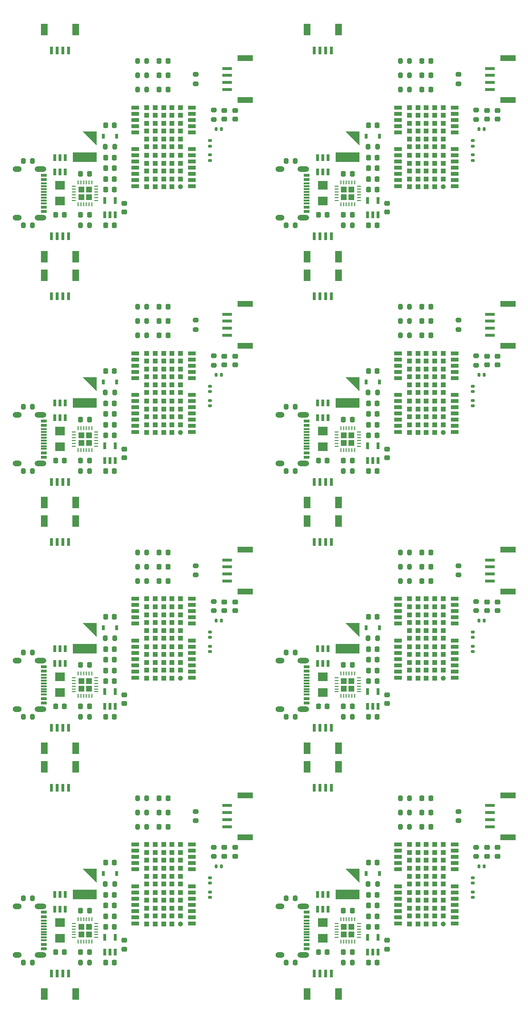
<source format=gtp>
%TF.GenerationSoftware,KiCad,Pcbnew,8.0.5*%
%TF.CreationDate,2024-10-02T11:06:20-06:00*%
%TF.ProjectId,SparkFun_GNSS_LG290P_panelized,53706172-6b46-4756-9e5f-474e53535f4c,rev?*%
%TF.SameCoordinates,Original*%
%TF.FileFunction,Paste,Top*%
%TF.FilePolarity,Positive*%
%FSLAX46Y46*%
G04 Gerber Fmt 4.6, Leading zero omitted, Abs format (unit mm)*
G04 Created by KiCad (PCBNEW 8.0.5) date 2024-10-02 11:06:20*
%MOMM*%
%LPD*%
G01*
G04 APERTURE LIST*
G04 Aperture macros list*
%AMRoundRect*
0 Rectangle with rounded corners*
0 $1 Rounding radius*
0 $2 $3 $4 $5 $6 $7 $8 $9 X,Y pos of 4 corners*
0 Add a 4 corners polygon primitive as box body*
4,1,4,$2,$3,$4,$5,$6,$7,$8,$9,$2,$3,0*
0 Add four circle primitives for the rounded corners*
1,1,$1+$1,$2,$3*
1,1,$1+$1,$4,$5*
1,1,$1+$1,$6,$7*
1,1,$1+$1,$8,$9*
0 Add four rect primitives between the rounded corners*
20,1,$1+$1,$2,$3,$4,$5,0*
20,1,$1+$1,$4,$5,$6,$7,0*
20,1,$1+$1,$6,$7,$8,$9,0*
20,1,$1+$1,$8,$9,$2,$3,0*%
G04 Aperture macros list end*
%ADD10C,0.000000*%
%ADD11RoundRect,0.200000X-0.200000X-0.275000X0.200000X-0.275000X0.200000X0.275000X-0.200000X0.275000X0*%
%ADD12RoundRect,0.140000X0.140000X0.170000X-0.140000X0.170000X-0.140000X-0.170000X0.140000X-0.170000X0*%
%ADD13RoundRect,0.225000X0.250000X-0.225000X0.250000X0.225000X-0.250000X0.225000X-0.250000X-0.225000X0*%
%ADD14RoundRect,0.225000X-0.225000X-0.250000X0.225000X-0.250000X0.225000X0.250000X-0.225000X0.250000X0*%
%ADD15RoundRect,0.200000X-0.275000X0.200000X-0.275000X-0.200000X0.275000X-0.200000X0.275000X0.200000X0*%
%ADD16R,0.550000X1.200000*%
%ADD17R,0.600000X1.350000*%
%ADD18R,1.200000X2.000000*%
%ADD19RoundRect,0.140000X0.170000X-0.140000X0.170000X0.140000X-0.170000X0.140000X-0.170000X-0.140000X0*%
%ADD20RoundRect,0.225000X0.225000X0.250000X-0.225000X0.250000X-0.225000X-0.250000X0.225000X-0.250000X0*%
%ADD21RoundRect,0.250000X-0.295000X-0.295000X0.295000X-0.295000X0.295000X0.295000X-0.295000X0.295000X0*%
%ADD22RoundRect,0.056250X-0.315000X-0.056250X0.315000X-0.056250X0.315000X0.056250X-0.315000X0.056250X0*%
%ADD23RoundRect,0.056250X-0.056250X-0.315000X0.056250X-0.315000X0.056250X0.315000X-0.056250X0.315000X0*%
%ADD24R,1.800000X1.600000*%
%ADD25R,1.350000X0.720000*%
%ADD26C,0.900000*%
%ADD27R,0.900000X0.900000*%
%ADD28RoundRect,0.200000X0.200000X0.275000X-0.200000X0.275000X-0.200000X-0.275000X0.200000X-0.275000X0*%
%ADD29RoundRect,0.218750X0.218750X0.256250X-0.218750X0.256250X-0.218750X-0.256250X0.218750X-0.256250X0*%
%ADD30R,1.700000X0.600000*%
%ADD31R,2.700000X1.000000*%
%ADD32R,0.630000X0.830000*%
%ADD33R,1.000000X0.300000*%
%ADD34R,1.000000X0.600000*%
%ADD35O,1.600000X1.000000*%
%ADD36O,2.100000X1.000000*%
%ADD37RoundRect,0.200000X0.275000X-0.200000X0.275000X0.200000X-0.275000X0.200000X-0.275000X-0.200000X0*%
G04 APERTURE END LIST*
D10*
%TO.C,BT1*%
G36*
X62133000Y152214645D02*
G01*
X59647645Y154700000D01*
X62133000Y154700000D01*
X62133000Y152214645D01*
G37*
G36*
X62128000Y149295000D02*
G01*
X57928000Y149295000D01*
X57928000Y150995000D01*
X62128000Y150995000D01*
X62128000Y149295000D01*
G37*
G36*
X62133000Y108534645D02*
G01*
X59647645Y111020000D01*
X62133000Y111020000D01*
X62133000Y108534645D01*
G37*
G36*
X62128000Y105615000D02*
G01*
X57928000Y105615000D01*
X57928000Y107315000D01*
X62128000Y107315000D01*
X62128000Y105615000D01*
G37*
G36*
X62133000Y64854645D02*
G01*
X59647645Y67340000D01*
X62133000Y67340000D01*
X62133000Y64854645D01*
G37*
G36*
X62128000Y61935000D02*
G01*
X57928000Y61935000D01*
X57928000Y63635000D01*
X62128000Y63635000D01*
X62128000Y61935000D01*
G37*
G36*
X62133000Y21174645D02*
G01*
X59647645Y23660000D01*
X62133000Y23660000D01*
X62133000Y21174645D01*
G37*
G36*
X62128000Y18255000D02*
G01*
X57928000Y18255000D01*
X57928000Y19955000D01*
X62128000Y19955000D01*
X62128000Y18255000D01*
G37*
G36*
X15405000Y152214645D02*
G01*
X12919645Y154700000D01*
X15405000Y154700000D01*
X15405000Y152214645D01*
G37*
G36*
X15400000Y149295000D02*
G01*
X11200000Y149295000D01*
X11200000Y150995000D01*
X15400000Y150995000D01*
X15400000Y149295000D01*
G37*
G36*
X15405000Y108534645D02*
G01*
X12919645Y111020000D01*
X15405000Y111020000D01*
X15405000Y108534645D01*
G37*
G36*
X15400000Y105615000D02*
G01*
X11200000Y105615000D01*
X11200000Y107315000D01*
X15400000Y107315000D01*
X15400000Y105615000D01*
G37*
G36*
X15405000Y64854645D02*
G01*
X12919645Y67340000D01*
X15405000Y67340000D01*
X15405000Y64854645D01*
G37*
G36*
X15400000Y61935000D02*
G01*
X11200000Y61935000D01*
X11200000Y63635000D01*
X15400000Y63635000D01*
X15400000Y61935000D01*
G37*
G36*
X15405000Y21174645D02*
G01*
X12919645Y23660000D01*
X15405000Y23660000D01*
X15405000Y21174645D01*
G37*
G36*
X15400000Y18255000D02*
G01*
X11200000Y18255000D01*
X11200000Y19955000D01*
X15400000Y19955000D01*
X15400000Y18255000D01*
G37*
%TD*%
D11*
%TO.C,R7*%
X63683000Y151995000D03*
X65333000Y151995000D03*
%TD*%
%TO.C,R7*%
X63683000Y108315000D03*
X65333000Y108315000D03*
%TD*%
%TO.C,R7*%
X63683000Y64635000D03*
X65333000Y64635000D03*
%TD*%
%TO.C,R7*%
X63683000Y20955000D03*
X65333000Y20955000D03*
%TD*%
%TO.C,R7*%
X16955000Y151995000D03*
X18605000Y151995000D03*
%TD*%
%TO.C,R7*%
X16955000Y108315000D03*
X18605000Y108315000D03*
%TD*%
%TO.C,R7*%
X16955000Y64635000D03*
X18605000Y64635000D03*
%TD*%
D12*
%TO.C,L1*%
X84355500Y155170000D03*
X83395500Y155170000D03*
%TD*%
%TO.C,L1*%
X84355500Y111490000D03*
X83395500Y111490000D03*
%TD*%
%TO.C,L1*%
X84355500Y67810000D03*
X83395500Y67810000D03*
%TD*%
%TO.C,L1*%
X84355500Y24130000D03*
X83395500Y24130000D03*
%TD*%
%TO.C,L1*%
X37627500Y155170000D03*
X36667500Y155170000D03*
%TD*%
%TO.C,L1*%
X37627500Y111490000D03*
X36667500Y111490000D03*
%TD*%
%TO.C,L1*%
X37627500Y67810000D03*
X36667500Y67810000D03*
%TD*%
D13*
%TO.C,C3*%
X86733000Y156935000D03*
X86733000Y158485000D03*
%TD*%
%TO.C,C3*%
X86733000Y113255000D03*
X86733000Y114805000D03*
%TD*%
%TO.C,C3*%
X86733000Y69575000D03*
X86733000Y71125000D03*
%TD*%
%TO.C,C3*%
X86733000Y25895000D03*
X86733000Y27445000D03*
%TD*%
%TO.C,C3*%
X40005000Y156935000D03*
X40005000Y158485000D03*
%TD*%
%TO.C,C3*%
X40005000Y113255000D03*
X40005000Y114805000D03*
%TD*%
%TO.C,C3*%
X40005000Y69575000D03*
X40005000Y71125000D03*
%TD*%
D11*
%TO.C,R9*%
X59238000Y138025000D03*
X60888000Y138025000D03*
%TD*%
%TO.C,R9*%
X59238000Y94345000D03*
X60888000Y94345000D03*
%TD*%
%TO.C,R9*%
X59238000Y50665000D03*
X60888000Y50665000D03*
%TD*%
%TO.C,R9*%
X59238000Y6985000D03*
X60888000Y6985000D03*
%TD*%
%TO.C,R9*%
X12510000Y138025000D03*
X14160000Y138025000D03*
%TD*%
%TO.C,R9*%
X12510000Y94345000D03*
X14160000Y94345000D03*
%TD*%
%TO.C,R9*%
X12510000Y50665000D03*
X14160000Y50665000D03*
%TD*%
D14*
%TO.C,C13*%
X54843000Y139930000D03*
X56393000Y139930000D03*
%TD*%
%TO.C,C13*%
X54843000Y96250000D03*
X56393000Y96250000D03*
%TD*%
%TO.C,C13*%
X54843000Y52570000D03*
X56393000Y52570000D03*
%TD*%
%TO.C,C13*%
X54843000Y8890000D03*
X56393000Y8890000D03*
%TD*%
%TO.C,C13*%
X8115000Y139930000D03*
X9665000Y139930000D03*
%TD*%
%TO.C,C13*%
X8115000Y96250000D03*
X9665000Y96250000D03*
%TD*%
%TO.C,C13*%
X8115000Y52570000D03*
X9665000Y52570000D03*
%TD*%
%TO.C,C1*%
X63733000Y138025000D03*
X65283000Y138025000D03*
%TD*%
%TO.C,C1*%
X63733000Y94345000D03*
X65283000Y94345000D03*
%TD*%
%TO.C,C1*%
X63733000Y50665000D03*
X65283000Y50665000D03*
%TD*%
%TO.C,C1*%
X63733000Y6985000D03*
X65283000Y6985000D03*
%TD*%
%TO.C,C1*%
X17005000Y138025000D03*
X18555000Y138025000D03*
%TD*%
%TO.C,C1*%
X17005000Y94345000D03*
X18555000Y94345000D03*
%TD*%
%TO.C,C1*%
X17005000Y50665000D03*
X18555000Y50665000D03*
%TD*%
D15*
%TO.C,R6*%
X82923000Y158535000D03*
X82923000Y156885000D03*
%TD*%
%TO.C,R6*%
X82923000Y114855000D03*
X82923000Y113205000D03*
%TD*%
%TO.C,R6*%
X82923000Y71175000D03*
X82923000Y69525000D03*
%TD*%
%TO.C,R6*%
X82923000Y27495000D03*
X82923000Y25845000D03*
%TD*%
%TO.C,R6*%
X36195000Y158535000D03*
X36195000Y156885000D03*
%TD*%
%TO.C,R6*%
X36195000Y114855000D03*
X36195000Y113205000D03*
%TD*%
%TO.C,R6*%
X36195000Y71175000D03*
X36195000Y69525000D03*
%TD*%
D16*
%TO.C,U1*%
X56568000Y150120100D03*
X55618000Y150120100D03*
X54668000Y150120100D03*
X54668000Y147519900D03*
X55618000Y147520000D03*
X56568000Y147519900D03*
%TD*%
%TO.C,U1*%
X56568000Y106440100D03*
X55618000Y106440100D03*
X54668000Y106440100D03*
X54668000Y103839900D03*
X55618000Y103840000D03*
X56568000Y103839900D03*
%TD*%
%TO.C,U1*%
X56568000Y62760100D03*
X55618000Y62760100D03*
X54668000Y62760100D03*
X54668000Y60159900D03*
X55618000Y60160000D03*
X56568000Y60159900D03*
%TD*%
%TO.C,U1*%
X56568000Y19080100D03*
X55618000Y19080100D03*
X54668000Y19080100D03*
X54668000Y16479900D03*
X55618000Y16480000D03*
X56568000Y16479900D03*
%TD*%
%TO.C,U1*%
X9840000Y150120100D03*
X8890000Y150120100D03*
X7940000Y150120100D03*
X7940000Y147519900D03*
X8890000Y147520000D03*
X9840000Y147519900D03*
%TD*%
%TO.C,U1*%
X9840000Y106440100D03*
X8890000Y106440100D03*
X7940000Y106440100D03*
X7940000Y103839900D03*
X8890000Y103840000D03*
X9840000Y103839900D03*
%TD*%
%TO.C,U1*%
X9840000Y62760100D03*
X8890000Y62760100D03*
X7940000Y62760100D03*
X7940000Y60159900D03*
X8890000Y60160000D03*
X9840000Y60159900D03*
%TD*%
D17*
%TO.C,J4*%
X54118000Y136120000D03*
X55118000Y136120000D03*
X56118000Y136120000D03*
X57118000Y136120000D03*
D18*
X58418000Y132445000D03*
X52818000Y132445000D03*
%TD*%
D17*
%TO.C,J4*%
X54118000Y92440000D03*
X55118000Y92440000D03*
X56118000Y92440000D03*
X57118000Y92440000D03*
D18*
X58418000Y88765000D03*
X52818000Y88765000D03*
%TD*%
D17*
%TO.C,J4*%
X54118000Y48760000D03*
X55118000Y48760000D03*
X56118000Y48760000D03*
X57118000Y48760000D03*
D18*
X58418000Y45085000D03*
X52818000Y45085000D03*
%TD*%
D17*
%TO.C,J4*%
X54118000Y5080000D03*
X55118000Y5080000D03*
X56118000Y5080000D03*
X57118000Y5080000D03*
D18*
X58418000Y1405000D03*
X52818000Y1405000D03*
%TD*%
D17*
%TO.C,J4*%
X7390000Y136120000D03*
X8390000Y136120000D03*
X9390000Y136120000D03*
X10390000Y136120000D03*
D18*
X11690000Y132445000D03*
X6090000Y132445000D03*
%TD*%
D17*
%TO.C,J4*%
X7390000Y92440000D03*
X8390000Y92440000D03*
X9390000Y92440000D03*
X10390000Y92440000D03*
D18*
X11690000Y88765000D03*
X6090000Y88765000D03*
%TD*%
D17*
%TO.C,J4*%
X7390000Y48760000D03*
X8390000Y48760000D03*
X9390000Y48760000D03*
X10390000Y48760000D03*
D18*
X11690000Y45085000D03*
X6090000Y45085000D03*
%TD*%
D19*
%TO.C,C6*%
X82288000Y152150000D03*
X82288000Y153110000D03*
%TD*%
%TO.C,C6*%
X82288000Y108470000D03*
X82288000Y109430000D03*
%TD*%
%TO.C,C6*%
X82288000Y64790000D03*
X82288000Y65750000D03*
%TD*%
%TO.C,C6*%
X82288000Y21110000D03*
X82288000Y22070000D03*
%TD*%
%TO.C,C6*%
X35560000Y152150000D03*
X35560000Y153110000D03*
%TD*%
%TO.C,C6*%
X35560000Y108470000D03*
X35560000Y109430000D03*
%TD*%
%TO.C,C6*%
X35560000Y64790000D03*
X35560000Y65750000D03*
%TD*%
D20*
%TO.C,C10*%
X60838000Y147232500D03*
X59288000Y147232500D03*
%TD*%
%TO.C,C10*%
X60838000Y103552500D03*
X59288000Y103552500D03*
%TD*%
%TO.C,C10*%
X60838000Y59872500D03*
X59288000Y59872500D03*
%TD*%
%TO.C,C10*%
X60838000Y16192500D03*
X59288000Y16192500D03*
%TD*%
%TO.C,C10*%
X14110000Y147232500D03*
X12560000Y147232500D03*
%TD*%
%TO.C,C10*%
X14110000Y103552500D03*
X12560000Y103552500D03*
%TD*%
%TO.C,C10*%
X14110000Y59872500D03*
X12560000Y59872500D03*
%TD*%
D21*
%TO.C,U4*%
X59388000Y144415000D03*
X59388000Y143065000D03*
X60738000Y144415000D03*
X60738000Y143065000D03*
D22*
X58100500Y144990000D03*
X58100500Y144490000D03*
X58100500Y143990000D03*
X58100500Y143490000D03*
X58100500Y142990000D03*
X58100500Y142490000D03*
D23*
X58813000Y141777500D03*
X59313000Y141777500D03*
X59813000Y141777500D03*
X60313000Y141777500D03*
X60813000Y141777500D03*
X61313000Y141777500D03*
D22*
X62025500Y142490000D03*
X62025500Y142990000D03*
X62025500Y143490000D03*
X62025500Y143990000D03*
X62025500Y144490000D03*
X62025500Y144990000D03*
D23*
X61313000Y145702500D03*
X60813000Y145702500D03*
X60313000Y145702500D03*
X59813000Y145702500D03*
X59313000Y145702500D03*
X58813000Y145702500D03*
%TD*%
D21*
%TO.C,U4*%
X59388000Y100735000D03*
X59388000Y99385000D03*
X60738000Y100735000D03*
X60738000Y99385000D03*
D22*
X58100500Y101310000D03*
X58100500Y100810000D03*
X58100500Y100310000D03*
X58100500Y99810000D03*
X58100500Y99310000D03*
X58100500Y98810000D03*
D23*
X58813000Y98097500D03*
X59313000Y98097500D03*
X59813000Y98097500D03*
X60313000Y98097500D03*
X60813000Y98097500D03*
X61313000Y98097500D03*
D22*
X62025500Y98810000D03*
X62025500Y99310000D03*
X62025500Y99810000D03*
X62025500Y100310000D03*
X62025500Y100810000D03*
X62025500Y101310000D03*
D23*
X61313000Y102022500D03*
X60813000Y102022500D03*
X60313000Y102022500D03*
X59813000Y102022500D03*
X59313000Y102022500D03*
X58813000Y102022500D03*
%TD*%
D21*
%TO.C,U4*%
X59388000Y57055000D03*
X59388000Y55705000D03*
X60738000Y57055000D03*
X60738000Y55705000D03*
D22*
X58100500Y57630000D03*
X58100500Y57130000D03*
X58100500Y56630000D03*
X58100500Y56130000D03*
X58100500Y55630000D03*
X58100500Y55130000D03*
D23*
X58813000Y54417500D03*
X59313000Y54417500D03*
X59813000Y54417500D03*
X60313000Y54417500D03*
X60813000Y54417500D03*
X61313000Y54417500D03*
D22*
X62025500Y55130000D03*
X62025500Y55630000D03*
X62025500Y56130000D03*
X62025500Y56630000D03*
X62025500Y57130000D03*
X62025500Y57630000D03*
D23*
X61313000Y58342500D03*
X60813000Y58342500D03*
X60313000Y58342500D03*
X59813000Y58342500D03*
X59313000Y58342500D03*
X58813000Y58342500D03*
%TD*%
D21*
%TO.C,U4*%
X59388000Y13375000D03*
X59388000Y12025000D03*
X60738000Y13375000D03*
X60738000Y12025000D03*
D22*
X58100500Y13950000D03*
X58100500Y13450000D03*
X58100500Y12950000D03*
X58100500Y12450000D03*
X58100500Y11950000D03*
X58100500Y11450000D03*
D23*
X58813000Y10737500D03*
X59313000Y10737500D03*
X59813000Y10737500D03*
X60313000Y10737500D03*
X60813000Y10737500D03*
X61313000Y10737500D03*
D22*
X62025500Y11450000D03*
X62025500Y11950000D03*
X62025500Y12450000D03*
X62025500Y12950000D03*
X62025500Y13450000D03*
X62025500Y13950000D03*
D23*
X61313000Y14662500D03*
X60813000Y14662500D03*
X60313000Y14662500D03*
X59813000Y14662500D03*
X59313000Y14662500D03*
X58813000Y14662500D03*
%TD*%
D21*
%TO.C,U4*%
X12660000Y144415000D03*
X12660000Y143065000D03*
X14010000Y144415000D03*
X14010000Y143065000D03*
D22*
X11372500Y144990000D03*
X11372500Y144490000D03*
X11372500Y143990000D03*
X11372500Y143490000D03*
X11372500Y142990000D03*
X11372500Y142490000D03*
D23*
X12085000Y141777500D03*
X12585000Y141777500D03*
X13085000Y141777500D03*
X13585000Y141777500D03*
X14085000Y141777500D03*
X14585000Y141777500D03*
D22*
X15297500Y142490000D03*
X15297500Y142990000D03*
X15297500Y143490000D03*
X15297500Y143990000D03*
X15297500Y144490000D03*
X15297500Y144990000D03*
D23*
X14585000Y145702500D03*
X14085000Y145702500D03*
X13585000Y145702500D03*
X13085000Y145702500D03*
X12585000Y145702500D03*
X12085000Y145702500D03*
%TD*%
D21*
%TO.C,U4*%
X12660000Y100735000D03*
X12660000Y99385000D03*
X14010000Y100735000D03*
X14010000Y99385000D03*
D22*
X11372500Y101310000D03*
X11372500Y100810000D03*
X11372500Y100310000D03*
X11372500Y99810000D03*
X11372500Y99310000D03*
X11372500Y98810000D03*
D23*
X12085000Y98097500D03*
X12585000Y98097500D03*
X13085000Y98097500D03*
X13585000Y98097500D03*
X14085000Y98097500D03*
X14585000Y98097500D03*
D22*
X15297500Y98810000D03*
X15297500Y99310000D03*
X15297500Y99810000D03*
X15297500Y100310000D03*
X15297500Y100810000D03*
X15297500Y101310000D03*
D23*
X14585000Y102022500D03*
X14085000Y102022500D03*
X13585000Y102022500D03*
X13085000Y102022500D03*
X12585000Y102022500D03*
X12085000Y102022500D03*
%TD*%
D21*
%TO.C,U4*%
X12660000Y57055000D03*
X12660000Y55705000D03*
X14010000Y57055000D03*
X14010000Y55705000D03*
D22*
X11372500Y57630000D03*
X11372500Y57130000D03*
X11372500Y56630000D03*
X11372500Y56130000D03*
X11372500Y55630000D03*
X11372500Y55130000D03*
D23*
X12085000Y54417500D03*
X12585000Y54417500D03*
X13085000Y54417500D03*
X13585000Y54417500D03*
X14085000Y54417500D03*
X14585000Y54417500D03*
D22*
X15297500Y55130000D03*
X15297500Y55630000D03*
X15297500Y56130000D03*
X15297500Y56630000D03*
X15297500Y57130000D03*
X15297500Y57630000D03*
D23*
X14585000Y58342500D03*
X14085000Y58342500D03*
X13585000Y58342500D03*
X13085000Y58342500D03*
X12585000Y58342500D03*
X12085000Y58342500D03*
%TD*%
D14*
%TO.C,C7*%
X59288000Y139930000D03*
X60838000Y139930000D03*
%TD*%
%TO.C,C7*%
X59288000Y96250000D03*
X60838000Y96250000D03*
%TD*%
%TO.C,C7*%
X59288000Y52570000D03*
X60838000Y52570000D03*
%TD*%
%TO.C,C7*%
X59288000Y8890000D03*
X60838000Y8890000D03*
%TD*%
%TO.C,C7*%
X12560000Y139930000D03*
X14110000Y139930000D03*
%TD*%
%TO.C,C7*%
X12560000Y96250000D03*
X14110000Y96250000D03*
%TD*%
%TO.C,C7*%
X12560000Y52570000D03*
X14110000Y52570000D03*
%TD*%
D13*
%TO.C,D6*%
X67048000Y140425000D03*
X67048000Y141975000D03*
%TD*%
%TO.C,D6*%
X67048000Y96745000D03*
X67048000Y98295000D03*
%TD*%
%TO.C,D6*%
X67048000Y53065000D03*
X67048000Y54615000D03*
%TD*%
%TO.C,D6*%
X67048000Y9385000D03*
X67048000Y10935000D03*
%TD*%
%TO.C,D6*%
X20320000Y140425000D03*
X20320000Y141975000D03*
%TD*%
%TO.C,D6*%
X20320000Y96745000D03*
X20320000Y98295000D03*
%TD*%
%TO.C,D6*%
X20320000Y53065000D03*
X20320000Y54615000D03*
%TD*%
D24*
%TO.C,F1*%
X55618000Y142340000D03*
X55618000Y145140000D03*
%TD*%
%TO.C,F1*%
X55618000Y98660000D03*
X55618000Y101460000D03*
%TD*%
%TO.C,F1*%
X55618000Y54980000D03*
X55618000Y57780000D03*
%TD*%
%TO.C,F1*%
X55618000Y11300000D03*
X55618000Y14100000D03*
%TD*%
%TO.C,F1*%
X8890000Y142340000D03*
X8890000Y145140000D03*
%TD*%
%TO.C,F1*%
X8890000Y98660000D03*
X8890000Y101460000D03*
%TD*%
%TO.C,F1*%
X8890000Y54980000D03*
X8890000Y57780000D03*
%TD*%
D20*
%TO.C,C8*%
X65283000Y148185000D03*
X63733000Y148185000D03*
%TD*%
%TO.C,C8*%
X65283000Y104505000D03*
X63733000Y104505000D03*
%TD*%
%TO.C,C8*%
X65283000Y60825000D03*
X63733000Y60825000D03*
%TD*%
%TO.C,C8*%
X65283000Y17145000D03*
X63733000Y17145000D03*
%TD*%
%TO.C,C8*%
X18555000Y148185000D03*
X17005000Y148185000D03*
%TD*%
%TO.C,C8*%
X18555000Y104505000D03*
X17005000Y104505000D03*
%TD*%
%TO.C,C8*%
X18555000Y60825000D03*
X17005000Y60825000D03*
%TD*%
D13*
%TO.C,C4*%
X84828000Y156935000D03*
X84828000Y158485000D03*
%TD*%
%TO.C,C4*%
X84828000Y113255000D03*
X84828000Y114805000D03*
%TD*%
%TO.C,C4*%
X84828000Y69575000D03*
X84828000Y71125000D03*
%TD*%
%TO.C,C4*%
X84828000Y25895000D03*
X84828000Y27445000D03*
%TD*%
%TO.C,C4*%
X38100000Y156935000D03*
X38100000Y158485000D03*
%TD*%
%TO.C,C4*%
X38100000Y113255000D03*
X38100000Y114805000D03*
%TD*%
%TO.C,C4*%
X38100000Y69575000D03*
X38100000Y71125000D03*
%TD*%
D16*
%TO.C,U2*%
X63558000Y139899900D03*
X64508000Y139899900D03*
X65458000Y139899900D03*
X65458000Y142500100D03*
X63558000Y142500100D03*
%TD*%
%TO.C,U2*%
X63558000Y96219900D03*
X64508000Y96219900D03*
X65458000Y96219900D03*
X65458000Y98820100D03*
X63558000Y98820100D03*
%TD*%
%TO.C,U2*%
X63558000Y52539900D03*
X64508000Y52539900D03*
X65458000Y52539900D03*
X65458000Y55140100D03*
X63558000Y55140100D03*
%TD*%
%TO.C,U2*%
X63558000Y8859900D03*
X64508000Y8859900D03*
X65458000Y8859900D03*
X65458000Y11460100D03*
X63558000Y11460100D03*
%TD*%
%TO.C,U2*%
X16830000Y139899900D03*
X17780000Y139899900D03*
X18730000Y139899900D03*
X18730000Y142500100D03*
X16830000Y142500100D03*
%TD*%
%TO.C,U2*%
X16830000Y96219900D03*
X17780000Y96219900D03*
X18730000Y96219900D03*
X18730000Y98820100D03*
X16830000Y98820100D03*
%TD*%
%TO.C,U2*%
X16830000Y52539900D03*
X17780000Y52539900D03*
X18730000Y52539900D03*
X18730000Y55140100D03*
X16830000Y55140100D03*
%TD*%
D25*
%TO.C,U3*%
X79083000Y144995000D03*
X79083000Y146095000D03*
X79083000Y147195000D03*
X79083000Y148295000D03*
X79083000Y149395000D03*
X79083000Y150495000D03*
X79083000Y151595000D03*
X79083000Y154595000D03*
X79083000Y155695000D03*
X79083000Y156795000D03*
X79083000Y157895000D03*
X79083000Y158995000D03*
X68983000Y158995000D03*
X68983000Y157895000D03*
X68983000Y156795000D03*
X68983000Y155695000D03*
X68983000Y154595000D03*
X68983000Y151595000D03*
X68983000Y150495000D03*
X68983000Y149395000D03*
X68983000Y148295000D03*
X68983000Y147195000D03*
X68983000Y146095000D03*
X68983000Y144995000D03*
D26*
X77033000Y144895000D03*
D27*
X77033000Y146295000D03*
X77033000Y147695000D03*
X77033000Y149095000D03*
X77033000Y150495000D03*
X77033000Y151995000D03*
X77033000Y153395000D03*
X77033000Y154795000D03*
X77033000Y156195000D03*
X77033000Y157595000D03*
X77033000Y158995000D03*
X75533000Y144895000D03*
X75533000Y146295000D03*
X75533000Y147695000D03*
X75533000Y149095000D03*
X75533000Y150495000D03*
X75533000Y151995000D03*
X75533000Y153395000D03*
X75533000Y154795000D03*
X75533000Y156195000D03*
X75533000Y157595000D03*
X75533000Y158995000D03*
X74033000Y144895000D03*
X74033000Y146295000D03*
X74033000Y147695000D03*
X74033000Y149095000D03*
X74033000Y150495000D03*
X74033000Y151995000D03*
X74033000Y153395000D03*
X74033000Y154795000D03*
X74033000Y156195000D03*
X74033000Y157595000D03*
X74033000Y158995000D03*
X72533000Y144895000D03*
X72533000Y146295000D03*
X72533000Y147695000D03*
X72533000Y149095000D03*
X72533000Y150495000D03*
X72533000Y151995000D03*
X72533000Y153395000D03*
X72533000Y154795000D03*
X72533000Y156195000D03*
X72533000Y157595000D03*
X72533000Y158995000D03*
X71033000Y144895000D03*
X71033000Y146295000D03*
X71033000Y147695000D03*
X71033000Y149095000D03*
X71033000Y150495000D03*
X71033000Y151995000D03*
X71033000Y153395000D03*
X71033000Y154795000D03*
X71033000Y156195000D03*
X71033000Y157595000D03*
X71033000Y158995000D03*
%TD*%
D25*
%TO.C,U3*%
X79083000Y101315000D03*
X79083000Y102415000D03*
X79083000Y103515000D03*
X79083000Y104615000D03*
X79083000Y105715000D03*
X79083000Y106815000D03*
X79083000Y107915000D03*
X79083000Y110915000D03*
X79083000Y112015000D03*
X79083000Y113115000D03*
X79083000Y114215000D03*
X79083000Y115315000D03*
X68983000Y115315000D03*
X68983000Y114215000D03*
X68983000Y113115000D03*
X68983000Y112015000D03*
X68983000Y110915000D03*
X68983000Y107915000D03*
X68983000Y106815000D03*
X68983000Y105715000D03*
X68983000Y104615000D03*
X68983000Y103515000D03*
X68983000Y102415000D03*
X68983000Y101315000D03*
D26*
X77033000Y101215000D03*
D27*
X77033000Y102615000D03*
X77033000Y104015000D03*
X77033000Y105415000D03*
X77033000Y106815000D03*
X77033000Y108315000D03*
X77033000Y109715000D03*
X77033000Y111115000D03*
X77033000Y112515000D03*
X77033000Y113915000D03*
X77033000Y115315000D03*
X75533000Y101215000D03*
X75533000Y102615000D03*
X75533000Y104015000D03*
X75533000Y105415000D03*
X75533000Y106815000D03*
X75533000Y108315000D03*
X75533000Y109715000D03*
X75533000Y111115000D03*
X75533000Y112515000D03*
X75533000Y113915000D03*
X75533000Y115315000D03*
X74033000Y101215000D03*
X74033000Y102615000D03*
X74033000Y104015000D03*
X74033000Y105415000D03*
X74033000Y106815000D03*
X74033000Y108315000D03*
X74033000Y109715000D03*
X74033000Y111115000D03*
X74033000Y112515000D03*
X74033000Y113915000D03*
X74033000Y115315000D03*
X72533000Y101215000D03*
X72533000Y102615000D03*
X72533000Y104015000D03*
X72533000Y105415000D03*
X72533000Y106815000D03*
X72533000Y108315000D03*
X72533000Y109715000D03*
X72533000Y111115000D03*
X72533000Y112515000D03*
X72533000Y113915000D03*
X72533000Y115315000D03*
X71033000Y101215000D03*
X71033000Y102615000D03*
X71033000Y104015000D03*
X71033000Y105415000D03*
X71033000Y106815000D03*
X71033000Y108315000D03*
X71033000Y109715000D03*
X71033000Y111115000D03*
X71033000Y112515000D03*
X71033000Y113915000D03*
X71033000Y115315000D03*
%TD*%
D25*
%TO.C,U3*%
X79083000Y57635000D03*
X79083000Y58735000D03*
X79083000Y59835000D03*
X79083000Y60935000D03*
X79083000Y62035000D03*
X79083000Y63135000D03*
X79083000Y64235000D03*
X79083000Y67235000D03*
X79083000Y68335000D03*
X79083000Y69435000D03*
X79083000Y70535000D03*
X79083000Y71635000D03*
X68983000Y71635000D03*
X68983000Y70535000D03*
X68983000Y69435000D03*
X68983000Y68335000D03*
X68983000Y67235000D03*
X68983000Y64235000D03*
X68983000Y63135000D03*
X68983000Y62035000D03*
X68983000Y60935000D03*
X68983000Y59835000D03*
X68983000Y58735000D03*
X68983000Y57635000D03*
D26*
X77033000Y57535000D03*
D27*
X77033000Y58935000D03*
X77033000Y60335000D03*
X77033000Y61735000D03*
X77033000Y63135000D03*
X77033000Y64635000D03*
X77033000Y66035000D03*
X77033000Y67435000D03*
X77033000Y68835000D03*
X77033000Y70235000D03*
X77033000Y71635000D03*
X75533000Y57535000D03*
X75533000Y58935000D03*
X75533000Y60335000D03*
X75533000Y61735000D03*
X75533000Y63135000D03*
X75533000Y64635000D03*
X75533000Y66035000D03*
X75533000Y67435000D03*
X75533000Y68835000D03*
X75533000Y70235000D03*
X75533000Y71635000D03*
X74033000Y57535000D03*
X74033000Y58935000D03*
X74033000Y60335000D03*
X74033000Y61735000D03*
X74033000Y63135000D03*
X74033000Y64635000D03*
X74033000Y66035000D03*
X74033000Y67435000D03*
X74033000Y68835000D03*
X74033000Y70235000D03*
X74033000Y71635000D03*
X72533000Y57535000D03*
X72533000Y58935000D03*
X72533000Y60335000D03*
X72533000Y61735000D03*
X72533000Y63135000D03*
X72533000Y64635000D03*
X72533000Y66035000D03*
X72533000Y67435000D03*
X72533000Y68835000D03*
X72533000Y70235000D03*
X72533000Y71635000D03*
X71033000Y57535000D03*
X71033000Y58935000D03*
X71033000Y60335000D03*
X71033000Y61735000D03*
X71033000Y63135000D03*
X71033000Y64635000D03*
X71033000Y66035000D03*
X71033000Y67435000D03*
X71033000Y68835000D03*
X71033000Y70235000D03*
X71033000Y71635000D03*
%TD*%
D25*
%TO.C,U3*%
X79083000Y13955000D03*
X79083000Y15055000D03*
X79083000Y16155000D03*
X79083000Y17255000D03*
X79083000Y18355000D03*
X79083000Y19455000D03*
X79083000Y20555000D03*
X79083000Y23555000D03*
X79083000Y24655000D03*
X79083000Y25755000D03*
X79083000Y26855000D03*
X79083000Y27955000D03*
X68983000Y27955000D03*
X68983000Y26855000D03*
X68983000Y25755000D03*
X68983000Y24655000D03*
X68983000Y23555000D03*
X68983000Y20555000D03*
X68983000Y19455000D03*
X68983000Y18355000D03*
X68983000Y17255000D03*
X68983000Y16155000D03*
X68983000Y15055000D03*
X68983000Y13955000D03*
D26*
X77033000Y13855000D03*
D27*
X77033000Y15255000D03*
X77033000Y16655000D03*
X77033000Y18055000D03*
X77033000Y19455000D03*
X77033000Y20955000D03*
X77033000Y22355000D03*
X77033000Y23755000D03*
X77033000Y25155000D03*
X77033000Y26555000D03*
X77033000Y27955000D03*
X75533000Y13855000D03*
X75533000Y15255000D03*
X75533000Y16655000D03*
X75533000Y18055000D03*
X75533000Y19455000D03*
X75533000Y20955000D03*
X75533000Y22355000D03*
X75533000Y23755000D03*
X75533000Y25155000D03*
X75533000Y26555000D03*
X75533000Y27955000D03*
X74033000Y13855000D03*
X74033000Y15255000D03*
X74033000Y16655000D03*
X74033000Y18055000D03*
X74033000Y19455000D03*
X74033000Y20955000D03*
X74033000Y22355000D03*
X74033000Y23755000D03*
X74033000Y25155000D03*
X74033000Y26555000D03*
X74033000Y27955000D03*
X72533000Y13855000D03*
X72533000Y15255000D03*
X72533000Y16655000D03*
X72533000Y18055000D03*
X72533000Y19455000D03*
X72533000Y20955000D03*
X72533000Y22355000D03*
X72533000Y23755000D03*
X72533000Y25155000D03*
X72533000Y26555000D03*
X72533000Y27955000D03*
X71033000Y13855000D03*
X71033000Y15255000D03*
X71033000Y16655000D03*
X71033000Y18055000D03*
X71033000Y19455000D03*
X71033000Y20955000D03*
X71033000Y22355000D03*
X71033000Y23755000D03*
X71033000Y25155000D03*
X71033000Y26555000D03*
X71033000Y27955000D03*
%TD*%
D25*
%TO.C,U3*%
X32355000Y144995000D03*
X32355000Y146095000D03*
X32355000Y147195000D03*
X32355000Y148295000D03*
X32355000Y149395000D03*
X32355000Y150495000D03*
X32355000Y151595000D03*
X32355000Y154595000D03*
X32355000Y155695000D03*
X32355000Y156795000D03*
X32355000Y157895000D03*
X32355000Y158995000D03*
X22255000Y158995000D03*
X22255000Y157895000D03*
X22255000Y156795000D03*
X22255000Y155695000D03*
X22255000Y154595000D03*
X22255000Y151595000D03*
X22255000Y150495000D03*
X22255000Y149395000D03*
X22255000Y148295000D03*
X22255000Y147195000D03*
X22255000Y146095000D03*
X22255000Y144995000D03*
D26*
X30305000Y144895000D03*
D27*
X30305000Y146295000D03*
X30305000Y147695000D03*
X30305000Y149095000D03*
X30305000Y150495000D03*
X30305000Y151995000D03*
X30305000Y153395000D03*
X30305000Y154795000D03*
X30305000Y156195000D03*
X30305000Y157595000D03*
X30305000Y158995000D03*
X28805000Y144895000D03*
X28805000Y146295000D03*
X28805000Y147695000D03*
X28805000Y149095000D03*
X28805000Y150495000D03*
X28805000Y151995000D03*
X28805000Y153395000D03*
X28805000Y154795000D03*
X28805000Y156195000D03*
X28805000Y157595000D03*
X28805000Y158995000D03*
X27305000Y144895000D03*
X27305000Y146295000D03*
X27305000Y147695000D03*
X27305000Y149095000D03*
X27305000Y150495000D03*
X27305000Y151995000D03*
X27305000Y153395000D03*
X27305000Y154795000D03*
X27305000Y156195000D03*
X27305000Y157595000D03*
X27305000Y158995000D03*
X25805000Y144895000D03*
X25805000Y146295000D03*
X25805000Y147695000D03*
X25805000Y149095000D03*
X25805000Y150495000D03*
X25805000Y151995000D03*
X25805000Y153395000D03*
X25805000Y154795000D03*
X25805000Y156195000D03*
X25805000Y157595000D03*
X25805000Y158995000D03*
X24305000Y144895000D03*
X24305000Y146295000D03*
X24305000Y147695000D03*
X24305000Y149095000D03*
X24305000Y150495000D03*
X24305000Y151995000D03*
X24305000Y153395000D03*
X24305000Y154795000D03*
X24305000Y156195000D03*
X24305000Y157595000D03*
X24305000Y158995000D03*
%TD*%
D25*
%TO.C,U3*%
X32355000Y101315000D03*
X32355000Y102415000D03*
X32355000Y103515000D03*
X32355000Y104615000D03*
X32355000Y105715000D03*
X32355000Y106815000D03*
X32355000Y107915000D03*
X32355000Y110915000D03*
X32355000Y112015000D03*
X32355000Y113115000D03*
X32355000Y114215000D03*
X32355000Y115315000D03*
X22255000Y115315000D03*
X22255000Y114215000D03*
X22255000Y113115000D03*
X22255000Y112015000D03*
X22255000Y110915000D03*
X22255000Y107915000D03*
X22255000Y106815000D03*
X22255000Y105715000D03*
X22255000Y104615000D03*
X22255000Y103515000D03*
X22255000Y102415000D03*
X22255000Y101315000D03*
D26*
X30305000Y101215000D03*
D27*
X30305000Y102615000D03*
X30305000Y104015000D03*
X30305000Y105415000D03*
X30305000Y106815000D03*
X30305000Y108315000D03*
X30305000Y109715000D03*
X30305000Y111115000D03*
X30305000Y112515000D03*
X30305000Y113915000D03*
X30305000Y115315000D03*
X28805000Y101215000D03*
X28805000Y102615000D03*
X28805000Y104015000D03*
X28805000Y105415000D03*
X28805000Y106815000D03*
X28805000Y108315000D03*
X28805000Y109715000D03*
X28805000Y111115000D03*
X28805000Y112515000D03*
X28805000Y113915000D03*
X28805000Y115315000D03*
X27305000Y101215000D03*
X27305000Y102615000D03*
X27305000Y104015000D03*
X27305000Y105415000D03*
X27305000Y106815000D03*
X27305000Y108315000D03*
X27305000Y109715000D03*
X27305000Y111115000D03*
X27305000Y112515000D03*
X27305000Y113915000D03*
X27305000Y115315000D03*
X25805000Y101215000D03*
X25805000Y102615000D03*
X25805000Y104015000D03*
X25805000Y105415000D03*
X25805000Y106815000D03*
X25805000Y108315000D03*
X25805000Y109715000D03*
X25805000Y111115000D03*
X25805000Y112515000D03*
X25805000Y113915000D03*
X25805000Y115315000D03*
X24305000Y101215000D03*
X24305000Y102615000D03*
X24305000Y104015000D03*
X24305000Y105415000D03*
X24305000Y106815000D03*
X24305000Y108315000D03*
X24305000Y109715000D03*
X24305000Y111115000D03*
X24305000Y112515000D03*
X24305000Y113915000D03*
X24305000Y115315000D03*
%TD*%
D25*
%TO.C,U3*%
X32355000Y57635000D03*
X32355000Y58735000D03*
X32355000Y59835000D03*
X32355000Y60935000D03*
X32355000Y62035000D03*
X32355000Y63135000D03*
X32355000Y64235000D03*
X32355000Y67235000D03*
X32355000Y68335000D03*
X32355000Y69435000D03*
X32355000Y70535000D03*
X32355000Y71635000D03*
X22255000Y71635000D03*
X22255000Y70535000D03*
X22255000Y69435000D03*
X22255000Y68335000D03*
X22255000Y67235000D03*
X22255000Y64235000D03*
X22255000Y63135000D03*
X22255000Y62035000D03*
X22255000Y60935000D03*
X22255000Y59835000D03*
X22255000Y58735000D03*
X22255000Y57635000D03*
D26*
X30305000Y57535000D03*
D27*
X30305000Y58935000D03*
X30305000Y60335000D03*
X30305000Y61735000D03*
X30305000Y63135000D03*
X30305000Y64635000D03*
X30305000Y66035000D03*
X30305000Y67435000D03*
X30305000Y68835000D03*
X30305000Y70235000D03*
X30305000Y71635000D03*
X28805000Y57535000D03*
X28805000Y58935000D03*
X28805000Y60335000D03*
X28805000Y61735000D03*
X28805000Y63135000D03*
X28805000Y64635000D03*
X28805000Y66035000D03*
X28805000Y67435000D03*
X28805000Y68835000D03*
X28805000Y70235000D03*
X28805000Y71635000D03*
X27305000Y57535000D03*
X27305000Y58935000D03*
X27305000Y60335000D03*
X27305000Y61735000D03*
X27305000Y63135000D03*
X27305000Y64635000D03*
X27305000Y66035000D03*
X27305000Y67435000D03*
X27305000Y68835000D03*
X27305000Y70235000D03*
X27305000Y71635000D03*
X25805000Y57535000D03*
X25805000Y58935000D03*
X25805000Y60335000D03*
X25805000Y61735000D03*
X25805000Y63135000D03*
X25805000Y64635000D03*
X25805000Y66035000D03*
X25805000Y67435000D03*
X25805000Y68835000D03*
X25805000Y70235000D03*
X25805000Y71635000D03*
X24305000Y57535000D03*
X24305000Y58935000D03*
X24305000Y60335000D03*
X24305000Y61735000D03*
X24305000Y63135000D03*
X24305000Y64635000D03*
X24305000Y66035000D03*
X24305000Y67435000D03*
X24305000Y68835000D03*
X24305000Y70235000D03*
X24305000Y71635000D03*
%TD*%
D17*
%TO.C,J7*%
X57118000Y169140000D03*
X56118000Y169140000D03*
X55118000Y169140000D03*
X54118000Y169140000D03*
D18*
X52818000Y172815000D03*
X58418000Y172815000D03*
%TD*%
D17*
%TO.C,J7*%
X57118000Y125460000D03*
X56118000Y125460000D03*
X55118000Y125460000D03*
X54118000Y125460000D03*
D18*
X52818000Y129135000D03*
X58418000Y129135000D03*
%TD*%
D17*
%TO.C,J7*%
X57118000Y81780000D03*
X56118000Y81780000D03*
X55118000Y81780000D03*
X54118000Y81780000D03*
D18*
X52818000Y85455000D03*
X58418000Y85455000D03*
%TD*%
D17*
%TO.C,J7*%
X57118000Y38100000D03*
X56118000Y38100000D03*
X55118000Y38100000D03*
X54118000Y38100000D03*
D18*
X52818000Y41775000D03*
X58418000Y41775000D03*
%TD*%
D17*
%TO.C,J7*%
X10390000Y169140000D03*
X9390000Y169140000D03*
X8390000Y169140000D03*
X7390000Y169140000D03*
D18*
X6090000Y172815000D03*
X11690000Y172815000D03*
%TD*%
D17*
%TO.C,J7*%
X10390000Y125460000D03*
X9390000Y125460000D03*
X8390000Y125460000D03*
X7390000Y125460000D03*
D18*
X6090000Y129135000D03*
X11690000Y129135000D03*
%TD*%
D17*
%TO.C,J7*%
X10390000Y81780000D03*
X9390000Y81780000D03*
X8390000Y81780000D03*
X7390000Y81780000D03*
D18*
X6090000Y85455000D03*
X11690000Y85455000D03*
%TD*%
D28*
%TO.C,R1*%
X50728000Y138025000D03*
X49078000Y138025000D03*
%TD*%
%TO.C,R1*%
X50728000Y94345000D03*
X49078000Y94345000D03*
%TD*%
%TO.C,R1*%
X50728000Y50665000D03*
X49078000Y50665000D03*
%TD*%
%TO.C,R1*%
X50728000Y6985000D03*
X49078000Y6985000D03*
%TD*%
%TO.C,R1*%
X4000000Y138025000D03*
X2350000Y138025000D03*
%TD*%
%TO.C,R1*%
X4000000Y94345000D03*
X2350000Y94345000D03*
%TD*%
%TO.C,R1*%
X4000000Y50665000D03*
X2350000Y50665000D03*
%TD*%
D19*
%TO.C,D3*%
X82288000Y149610000D03*
X82288000Y150570000D03*
%TD*%
%TO.C,D3*%
X82288000Y105930000D03*
X82288000Y106890000D03*
%TD*%
%TO.C,D3*%
X82288000Y62250000D03*
X82288000Y63210000D03*
%TD*%
%TO.C,D3*%
X82288000Y18570000D03*
X82288000Y19530000D03*
%TD*%
%TO.C,D3*%
X35560000Y149610000D03*
X35560000Y150570000D03*
%TD*%
%TO.C,D3*%
X35560000Y105930000D03*
X35560000Y106890000D03*
%TD*%
%TO.C,D3*%
X35560000Y62250000D03*
X35560000Y63210000D03*
%TD*%
D29*
%TO.C,D2*%
X74820500Y162155000D03*
X73245500Y162155000D03*
%TD*%
%TO.C,D2*%
X74820500Y118475000D03*
X73245500Y118475000D03*
%TD*%
%TO.C,D2*%
X74820500Y74795000D03*
X73245500Y74795000D03*
%TD*%
%TO.C,D2*%
X74820500Y31115000D03*
X73245500Y31115000D03*
%TD*%
%TO.C,D2*%
X28092500Y162155000D03*
X26517500Y162155000D03*
%TD*%
%TO.C,D2*%
X28092500Y118475000D03*
X26517500Y118475000D03*
%TD*%
%TO.C,D2*%
X28092500Y74795000D03*
X26517500Y74795000D03*
%TD*%
D14*
%TO.C,C2*%
X63733000Y144375000D03*
X65283000Y144375000D03*
%TD*%
%TO.C,C2*%
X63733000Y100695000D03*
X65283000Y100695000D03*
%TD*%
%TO.C,C2*%
X63733000Y57015000D03*
X65283000Y57015000D03*
%TD*%
%TO.C,C2*%
X63733000Y13335000D03*
X65283000Y13335000D03*
%TD*%
%TO.C,C2*%
X17005000Y144375000D03*
X18555000Y144375000D03*
%TD*%
%TO.C,C2*%
X17005000Y100695000D03*
X18555000Y100695000D03*
%TD*%
%TO.C,C2*%
X17005000Y57015000D03*
X18555000Y57015000D03*
%TD*%
D11*
%TO.C,R4*%
X69398000Y167235000D03*
X71048000Y167235000D03*
%TD*%
%TO.C,R4*%
X69398000Y123555000D03*
X71048000Y123555000D03*
%TD*%
%TO.C,R4*%
X69398000Y79875000D03*
X71048000Y79875000D03*
%TD*%
%TO.C,R4*%
X69398000Y36195000D03*
X71048000Y36195000D03*
%TD*%
%TO.C,R4*%
X22670000Y167235000D03*
X24320000Y167235000D03*
%TD*%
%TO.C,R4*%
X22670000Y123555000D03*
X24320000Y123555000D03*
%TD*%
%TO.C,R4*%
X22670000Y79875000D03*
X24320000Y79875000D03*
%TD*%
D29*
%TO.C,D1*%
X74820500Y167235000D03*
X73245500Y167235000D03*
%TD*%
%TO.C,D1*%
X74820500Y123555000D03*
X73245500Y123555000D03*
%TD*%
%TO.C,D1*%
X74820500Y79875000D03*
X73245500Y79875000D03*
%TD*%
%TO.C,D1*%
X74820500Y36195000D03*
X73245500Y36195000D03*
%TD*%
%TO.C,D1*%
X28092500Y167235000D03*
X26517500Y167235000D03*
%TD*%
%TO.C,D1*%
X28092500Y123555000D03*
X26517500Y123555000D03*
%TD*%
%TO.C,D1*%
X28092500Y79875000D03*
X26517500Y79875000D03*
%TD*%
D11*
%TO.C,R5*%
X69398000Y164695000D03*
X71048000Y164695000D03*
%TD*%
%TO.C,R5*%
X69398000Y121015000D03*
X71048000Y121015000D03*
%TD*%
%TO.C,R5*%
X69398000Y77335000D03*
X71048000Y77335000D03*
%TD*%
%TO.C,R5*%
X69398000Y33655000D03*
X71048000Y33655000D03*
%TD*%
%TO.C,R5*%
X22670000Y164695000D03*
X24320000Y164695000D03*
%TD*%
%TO.C,R5*%
X22670000Y121015000D03*
X24320000Y121015000D03*
%TD*%
%TO.C,R5*%
X22670000Y77335000D03*
X24320000Y77335000D03*
%TD*%
D28*
%TO.C,R2*%
X50728000Y149455000D03*
X49078000Y149455000D03*
%TD*%
%TO.C,R2*%
X50728000Y105775000D03*
X49078000Y105775000D03*
%TD*%
%TO.C,R2*%
X50728000Y62095000D03*
X49078000Y62095000D03*
%TD*%
%TO.C,R2*%
X50728000Y18415000D03*
X49078000Y18415000D03*
%TD*%
%TO.C,R2*%
X4000000Y149455000D03*
X2350000Y149455000D03*
%TD*%
%TO.C,R2*%
X4000000Y105775000D03*
X2350000Y105775000D03*
%TD*%
%TO.C,R2*%
X4000000Y62095000D03*
X2350000Y62095000D03*
%TD*%
D30*
%TO.C,J8*%
X85338000Y162185000D03*
X85338000Y163435000D03*
X85338000Y164685000D03*
X85338000Y165935000D03*
D31*
X88538000Y167785000D03*
X88538000Y160335000D03*
%TD*%
D30*
%TO.C,J8*%
X85338000Y118505000D03*
X85338000Y119755000D03*
X85338000Y121005000D03*
X85338000Y122255000D03*
D31*
X88538000Y124105000D03*
X88538000Y116655000D03*
%TD*%
D30*
%TO.C,J8*%
X85338000Y74825000D03*
X85338000Y76075000D03*
X85338000Y77325000D03*
X85338000Y78575000D03*
D31*
X88538000Y80425000D03*
X88538000Y72975000D03*
%TD*%
D30*
%TO.C,J8*%
X85338000Y31145000D03*
X85338000Y32395000D03*
X85338000Y33645000D03*
X85338000Y34895000D03*
D31*
X88538000Y36745000D03*
X88538000Y29295000D03*
%TD*%
D30*
%TO.C,J8*%
X38610000Y162185000D03*
X38610000Y163435000D03*
X38610000Y164685000D03*
X38610000Y165935000D03*
D31*
X41810000Y167785000D03*
X41810000Y160335000D03*
%TD*%
D30*
%TO.C,J8*%
X38610000Y118505000D03*
X38610000Y119755000D03*
X38610000Y121005000D03*
X38610000Y122255000D03*
D31*
X41810000Y124105000D03*
X41810000Y116655000D03*
%TD*%
D30*
%TO.C,J8*%
X38610000Y74825000D03*
X38610000Y76075000D03*
X38610000Y77325000D03*
X38610000Y78575000D03*
D31*
X41810000Y80425000D03*
X41810000Y72975000D03*
%TD*%
D32*
%TO.C,D5*%
X65658000Y153900000D03*
X63358000Y153900000D03*
%TD*%
%TO.C,D5*%
X65658000Y110220000D03*
X63358000Y110220000D03*
%TD*%
%TO.C,D5*%
X65658000Y66540000D03*
X63358000Y66540000D03*
%TD*%
%TO.C,D5*%
X65658000Y22860000D03*
X63358000Y22860000D03*
%TD*%
%TO.C,D5*%
X18930000Y153900000D03*
X16630000Y153900000D03*
%TD*%
%TO.C,D5*%
X18930000Y110220000D03*
X16630000Y110220000D03*
%TD*%
%TO.C,D5*%
X18930000Y66540000D03*
X16630000Y66540000D03*
%TD*%
D20*
%TO.C,C9*%
X65283000Y150090000D03*
X63733000Y150090000D03*
%TD*%
%TO.C,C9*%
X65283000Y106410000D03*
X63733000Y106410000D03*
%TD*%
%TO.C,C9*%
X65283000Y62730000D03*
X63733000Y62730000D03*
%TD*%
%TO.C,C9*%
X65283000Y19050000D03*
X63733000Y19050000D03*
%TD*%
%TO.C,C9*%
X18555000Y150090000D03*
X17005000Y150090000D03*
%TD*%
%TO.C,C9*%
X18555000Y106410000D03*
X17005000Y106410000D03*
%TD*%
%TO.C,C9*%
X18555000Y62730000D03*
X17005000Y62730000D03*
%TD*%
D33*
%TO.C,J1*%
X52738000Y144990000D03*
X52738000Y143990000D03*
X52738000Y143490000D03*
X52738000Y142490000D03*
X52738000Y141990000D03*
X52738000Y142990000D03*
X52738000Y144490000D03*
X52738000Y145490000D03*
D34*
X52738000Y146965000D03*
X52738000Y140515000D03*
D35*
X47983000Y148058000D03*
D36*
X52163000Y148058000D03*
X52163000Y139422000D03*
D35*
X47983000Y139422000D03*
D34*
X52738000Y146190000D03*
X52738000Y141290000D03*
%TD*%
D33*
%TO.C,J1*%
X52738000Y101310000D03*
X52738000Y100310000D03*
X52738000Y99810000D03*
X52738000Y98810000D03*
X52738000Y98310000D03*
X52738000Y99310000D03*
X52738000Y100810000D03*
X52738000Y101810000D03*
D34*
X52738000Y103285000D03*
X52738000Y96835000D03*
D35*
X47983000Y104378000D03*
D36*
X52163000Y104378000D03*
X52163000Y95742000D03*
D35*
X47983000Y95742000D03*
D34*
X52738000Y102510000D03*
X52738000Y97610000D03*
%TD*%
D33*
%TO.C,J1*%
X52738000Y57630000D03*
X52738000Y56630000D03*
X52738000Y56130000D03*
X52738000Y55130000D03*
X52738000Y54630000D03*
X52738000Y55630000D03*
X52738000Y57130000D03*
X52738000Y58130000D03*
D34*
X52738000Y59605000D03*
X52738000Y53155000D03*
D35*
X47983000Y60698000D03*
D36*
X52163000Y60698000D03*
X52163000Y52062000D03*
D35*
X47983000Y52062000D03*
D34*
X52738000Y58830000D03*
X52738000Y53930000D03*
%TD*%
D33*
%TO.C,J1*%
X52738000Y13950000D03*
X52738000Y12950000D03*
X52738000Y12450000D03*
X52738000Y11450000D03*
X52738000Y10950000D03*
X52738000Y11950000D03*
X52738000Y13450000D03*
X52738000Y14450000D03*
D34*
X52738000Y15925000D03*
X52738000Y9475000D03*
D35*
X47983000Y17018000D03*
D36*
X52163000Y17018000D03*
X52163000Y8382000D03*
D35*
X47983000Y8382000D03*
D34*
X52738000Y15150000D03*
X52738000Y10250000D03*
%TD*%
D33*
%TO.C,J1*%
X6010000Y144990000D03*
X6010000Y143990000D03*
X6010000Y143490000D03*
X6010000Y142490000D03*
X6010000Y141990000D03*
X6010000Y142990000D03*
X6010000Y144490000D03*
X6010000Y145490000D03*
D34*
X6010000Y146965000D03*
X6010000Y140515000D03*
D35*
X1255000Y148058000D03*
D36*
X5435000Y148058000D03*
X5435000Y139422000D03*
D35*
X1255000Y139422000D03*
D34*
X6010000Y146190000D03*
X6010000Y141290000D03*
%TD*%
D33*
%TO.C,J1*%
X6010000Y101310000D03*
X6010000Y100310000D03*
X6010000Y99810000D03*
X6010000Y98810000D03*
X6010000Y98310000D03*
X6010000Y99310000D03*
X6010000Y100810000D03*
X6010000Y101810000D03*
D34*
X6010000Y103285000D03*
X6010000Y96835000D03*
D35*
X1255000Y104378000D03*
D36*
X5435000Y104378000D03*
X5435000Y95742000D03*
D35*
X1255000Y95742000D03*
D34*
X6010000Y102510000D03*
X6010000Y97610000D03*
%TD*%
D33*
%TO.C,J1*%
X6010000Y57630000D03*
X6010000Y56630000D03*
X6010000Y56130000D03*
X6010000Y55130000D03*
X6010000Y54630000D03*
X6010000Y55630000D03*
X6010000Y57130000D03*
X6010000Y58130000D03*
D34*
X6010000Y59605000D03*
X6010000Y53155000D03*
D35*
X1255000Y60698000D03*
D36*
X5435000Y60698000D03*
X5435000Y52062000D03*
D35*
X1255000Y52062000D03*
D34*
X6010000Y58830000D03*
X6010000Y53930000D03*
%TD*%
D14*
%TO.C,C5*%
X63733000Y146280000D03*
X65283000Y146280000D03*
%TD*%
%TO.C,C5*%
X63733000Y102600000D03*
X65283000Y102600000D03*
%TD*%
%TO.C,C5*%
X63733000Y58920000D03*
X65283000Y58920000D03*
%TD*%
%TO.C,C5*%
X63733000Y15240000D03*
X65283000Y15240000D03*
%TD*%
%TO.C,C5*%
X17005000Y146280000D03*
X18555000Y146280000D03*
%TD*%
%TO.C,C5*%
X17005000Y102600000D03*
X18555000Y102600000D03*
%TD*%
%TO.C,C5*%
X17005000Y58920000D03*
X18555000Y58920000D03*
%TD*%
D20*
%TO.C,D7*%
X65283000Y155805000D03*
X63733000Y155805000D03*
%TD*%
%TO.C,D7*%
X65283000Y112125000D03*
X63733000Y112125000D03*
%TD*%
%TO.C,D7*%
X65283000Y68445000D03*
X63733000Y68445000D03*
%TD*%
%TO.C,D7*%
X65283000Y24765000D03*
X63733000Y24765000D03*
%TD*%
%TO.C,D7*%
X18555000Y155805000D03*
X17005000Y155805000D03*
%TD*%
%TO.C,D7*%
X18555000Y112125000D03*
X17005000Y112125000D03*
%TD*%
%TO.C,D7*%
X18555000Y68445000D03*
X17005000Y68445000D03*
%TD*%
D11*
%TO.C,R3*%
X69398000Y162155000D03*
X71048000Y162155000D03*
%TD*%
%TO.C,R3*%
X69398000Y118475000D03*
X71048000Y118475000D03*
%TD*%
%TO.C,R3*%
X69398000Y74795000D03*
X71048000Y74795000D03*
%TD*%
%TO.C,R3*%
X69398000Y31115000D03*
X71048000Y31115000D03*
%TD*%
%TO.C,R3*%
X22670000Y162155000D03*
X24320000Y162155000D03*
%TD*%
%TO.C,R3*%
X22670000Y118475000D03*
X24320000Y118475000D03*
%TD*%
%TO.C,R3*%
X22670000Y74795000D03*
X24320000Y74795000D03*
%TD*%
D37*
%TO.C,R8*%
X79748000Y163235000D03*
X79748000Y164885000D03*
%TD*%
%TO.C,R8*%
X79748000Y119555000D03*
X79748000Y121205000D03*
%TD*%
%TO.C,R8*%
X79748000Y75875000D03*
X79748000Y77525000D03*
%TD*%
%TO.C,R8*%
X79748000Y32195000D03*
X79748000Y33845000D03*
%TD*%
%TO.C,R8*%
X33020000Y163235000D03*
X33020000Y164885000D03*
%TD*%
%TO.C,R8*%
X33020000Y119555000D03*
X33020000Y121205000D03*
%TD*%
%TO.C,R8*%
X33020000Y75875000D03*
X33020000Y77525000D03*
%TD*%
D29*
%TO.C,D4*%
X74820500Y164695000D03*
X73245500Y164695000D03*
%TD*%
%TO.C,D4*%
X74820500Y121015000D03*
X73245500Y121015000D03*
%TD*%
%TO.C,D4*%
X74820500Y77335000D03*
X73245500Y77335000D03*
%TD*%
%TO.C,D4*%
X74820500Y33655000D03*
X73245500Y33655000D03*
%TD*%
%TO.C,D4*%
X28092500Y164695000D03*
X26517500Y164695000D03*
%TD*%
%TO.C,D4*%
X28092500Y121015000D03*
X26517500Y121015000D03*
%TD*%
%TO.C,D4*%
X28092500Y77335000D03*
X26517500Y77335000D03*
%TD*%
%TO.C,D4*%
X28092500Y33655000D03*
X26517500Y33655000D03*
%TD*%
D37*
%TO.C,R8*%
X33020000Y32195000D03*
X33020000Y33845000D03*
%TD*%
D11*
%TO.C,R3*%
X22670000Y31115000D03*
X24320000Y31115000D03*
%TD*%
D20*
%TO.C,D7*%
X18555000Y24765000D03*
X17005000Y24765000D03*
%TD*%
D14*
%TO.C,C5*%
X17005000Y15240000D03*
X18555000Y15240000D03*
%TD*%
D33*
%TO.C,J1*%
X6010000Y13950000D03*
X6010000Y12950000D03*
X6010000Y12450000D03*
X6010000Y11450000D03*
X6010000Y10950000D03*
X6010000Y11950000D03*
X6010000Y13450000D03*
X6010000Y14450000D03*
D34*
X6010000Y15925000D03*
X6010000Y9475000D03*
D35*
X1255000Y17018000D03*
D36*
X5435000Y17018000D03*
X5435000Y8382000D03*
D35*
X1255000Y8382000D03*
D34*
X6010000Y15150000D03*
X6010000Y10250000D03*
%TD*%
D20*
%TO.C,C9*%
X18555000Y19050000D03*
X17005000Y19050000D03*
%TD*%
D32*
%TO.C,D5*%
X18930000Y22860000D03*
X16630000Y22860000D03*
%TD*%
D30*
%TO.C,J8*%
X38610000Y31145000D03*
X38610000Y32395000D03*
X38610000Y33645000D03*
X38610000Y34895000D03*
D31*
X41810000Y36745000D03*
X41810000Y29295000D03*
%TD*%
D28*
%TO.C,R2*%
X4000000Y18415000D03*
X2350000Y18415000D03*
%TD*%
D11*
%TO.C,R5*%
X22670000Y33655000D03*
X24320000Y33655000D03*
%TD*%
D29*
%TO.C,D1*%
X28092500Y36195000D03*
X26517500Y36195000D03*
%TD*%
D11*
%TO.C,R4*%
X22670000Y36195000D03*
X24320000Y36195000D03*
%TD*%
D14*
%TO.C,C2*%
X17005000Y13335000D03*
X18555000Y13335000D03*
%TD*%
D29*
%TO.C,D2*%
X28092500Y31115000D03*
X26517500Y31115000D03*
%TD*%
D19*
%TO.C,D3*%
X35560000Y18570000D03*
X35560000Y19530000D03*
%TD*%
D28*
%TO.C,R1*%
X4000000Y6985000D03*
X2350000Y6985000D03*
%TD*%
D17*
%TO.C,J7*%
X10390000Y38100000D03*
X9390000Y38100000D03*
X8390000Y38100000D03*
X7390000Y38100000D03*
D18*
X6090000Y41775000D03*
X11690000Y41775000D03*
%TD*%
D25*
%TO.C,U3*%
X32355000Y13955000D03*
X32355000Y15055000D03*
X32355000Y16155000D03*
X32355000Y17255000D03*
X32355000Y18355000D03*
X32355000Y19455000D03*
X32355000Y20555000D03*
X32355000Y23555000D03*
X32355000Y24655000D03*
X32355000Y25755000D03*
X32355000Y26855000D03*
X32355000Y27955000D03*
X22255000Y27955000D03*
X22255000Y26855000D03*
X22255000Y25755000D03*
X22255000Y24655000D03*
X22255000Y23555000D03*
X22255000Y20555000D03*
X22255000Y19455000D03*
X22255000Y18355000D03*
X22255000Y17255000D03*
X22255000Y16155000D03*
X22255000Y15055000D03*
X22255000Y13955000D03*
D26*
X30305000Y13855000D03*
D27*
X30305000Y15255000D03*
X30305000Y16655000D03*
X30305000Y18055000D03*
X30305000Y19455000D03*
X30305000Y20955000D03*
X30305000Y22355000D03*
X30305000Y23755000D03*
X30305000Y25155000D03*
X30305000Y26555000D03*
X30305000Y27955000D03*
X28805000Y13855000D03*
X28805000Y15255000D03*
X28805000Y16655000D03*
X28805000Y18055000D03*
X28805000Y19455000D03*
X28805000Y20955000D03*
X28805000Y22355000D03*
X28805000Y23755000D03*
X28805000Y25155000D03*
X28805000Y26555000D03*
X28805000Y27955000D03*
X27305000Y13855000D03*
X27305000Y15255000D03*
X27305000Y16655000D03*
X27305000Y18055000D03*
X27305000Y19455000D03*
X27305000Y20955000D03*
X27305000Y22355000D03*
X27305000Y23755000D03*
X27305000Y25155000D03*
X27305000Y26555000D03*
X27305000Y27955000D03*
X25805000Y13855000D03*
X25805000Y15255000D03*
X25805000Y16655000D03*
X25805000Y18055000D03*
X25805000Y19455000D03*
X25805000Y20955000D03*
X25805000Y22355000D03*
X25805000Y23755000D03*
X25805000Y25155000D03*
X25805000Y26555000D03*
X25805000Y27955000D03*
X24305000Y13855000D03*
X24305000Y15255000D03*
X24305000Y16655000D03*
X24305000Y18055000D03*
X24305000Y19455000D03*
X24305000Y20955000D03*
X24305000Y22355000D03*
X24305000Y23755000D03*
X24305000Y25155000D03*
X24305000Y26555000D03*
X24305000Y27955000D03*
%TD*%
D16*
%TO.C,U2*%
X16830000Y8859900D03*
X17780000Y8859900D03*
X18730000Y8859900D03*
X18730000Y11460100D03*
X16830000Y11460100D03*
%TD*%
D13*
%TO.C,C4*%
X38100000Y25895000D03*
X38100000Y27445000D03*
%TD*%
D20*
%TO.C,C8*%
X18555000Y17145000D03*
X17005000Y17145000D03*
%TD*%
D24*
%TO.C,F1*%
X8890000Y11300000D03*
X8890000Y14100000D03*
%TD*%
D13*
%TO.C,D6*%
X20320000Y9385000D03*
X20320000Y10935000D03*
%TD*%
D14*
%TO.C,C7*%
X12560000Y8890000D03*
X14110000Y8890000D03*
%TD*%
D21*
%TO.C,U4*%
X12660000Y13375000D03*
X12660000Y12025000D03*
X14010000Y13375000D03*
X14010000Y12025000D03*
D22*
X11372500Y13950000D03*
X11372500Y13450000D03*
X11372500Y12950000D03*
X11372500Y12450000D03*
X11372500Y11950000D03*
X11372500Y11450000D03*
D23*
X12085000Y10737500D03*
X12585000Y10737500D03*
X13085000Y10737500D03*
X13585000Y10737500D03*
X14085000Y10737500D03*
X14585000Y10737500D03*
D22*
X15297500Y11450000D03*
X15297500Y11950000D03*
X15297500Y12450000D03*
X15297500Y12950000D03*
X15297500Y13450000D03*
X15297500Y13950000D03*
D23*
X14585000Y14662500D03*
X14085000Y14662500D03*
X13585000Y14662500D03*
X13085000Y14662500D03*
X12585000Y14662500D03*
X12085000Y14662500D03*
%TD*%
D20*
%TO.C,C10*%
X14110000Y16192500D03*
X12560000Y16192500D03*
%TD*%
D19*
%TO.C,C6*%
X35560000Y21110000D03*
X35560000Y22070000D03*
%TD*%
D17*
%TO.C,J4*%
X7390000Y5080000D03*
X8390000Y5080000D03*
X9390000Y5080000D03*
X10390000Y5080000D03*
D18*
X11690000Y1405000D03*
X6090000Y1405000D03*
%TD*%
D16*
%TO.C,U1*%
X9840000Y19080100D03*
X8890000Y19080100D03*
X7940000Y19080100D03*
X7940000Y16479900D03*
X8890000Y16480000D03*
X9840000Y16479900D03*
%TD*%
D15*
%TO.C,R6*%
X36195000Y27495000D03*
X36195000Y25845000D03*
%TD*%
D14*
%TO.C,C1*%
X17005000Y6985000D03*
X18555000Y6985000D03*
%TD*%
%TO.C,C13*%
X8115000Y8890000D03*
X9665000Y8890000D03*
%TD*%
D11*
%TO.C,R9*%
X12510000Y6985000D03*
X14160000Y6985000D03*
%TD*%
D13*
%TO.C,C3*%
X40005000Y25895000D03*
X40005000Y27445000D03*
%TD*%
D12*
%TO.C,L1*%
X37627500Y24130000D03*
X36667500Y24130000D03*
%TD*%
D11*
%TO.C,R7*%
X16955000Y20955000D03*
X18605000Y20955000D03*
%TD*%
M02*

</source>
